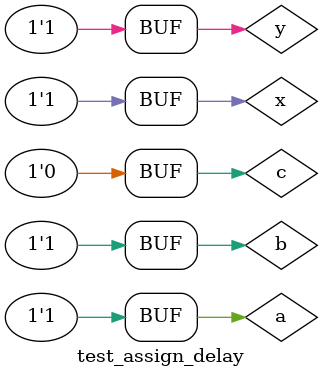
<source format=v>

module test_assign_delay;
  wire a, b, c;
  reg x, y;

  assign #5 a = x & y;      // Delay on assignment
  assign #(2,3) b = x | y;  // Rise and fall delays
  assign #(1:2:3) c = x ^ y; // Min:typ:max delays

  initial begin
    x = 0; y = 0;
    #10 x = 1;
    #10 y = 1;
  end
endmodule

</source>
